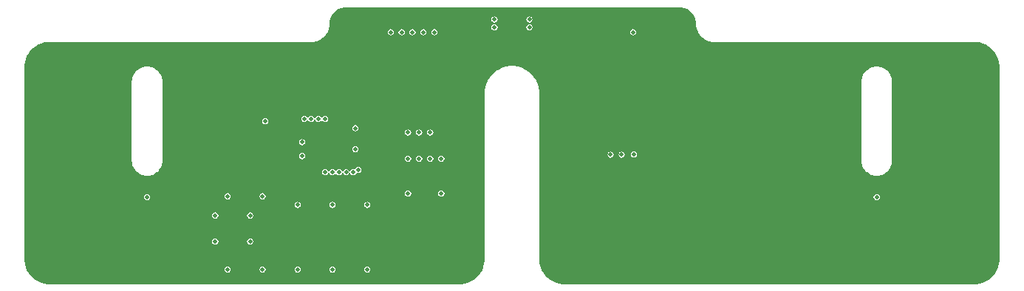
<source format=gbl>
G04*
G04 #@! TF.GenerationSoftware,Altium Limited,Altium Designer,22.1.2 (22)*
G04*
G04 Layer_Physical_Order=4*
G04 Layer_Color=16711680*
%FSLAX25Y25*%
%MOIN*%
G70*
G04*
G04 #@! TF.SameCoordinates,275DE8A0-DEE6-4034-A094-DBE044462E3A*
G04*
G04*
G04 #@! TF.FilePolarity,Positive*
G04*
G01*
G75*
%ADD41C,0.01968*%
G36*
X76292Y70364D02*
X77715Y70080D01*
X79057Y69524D01*
X80264Y68717D01*
X81290Y67690D01*
X82096Y66483D01*
X82652Y65142D01*
X82935Y63718D01*
X82935Y62992D01*
X82940Y62968D01*
X82936Y62943D01*
X82972Y62220D01*
X82990Y62148D01*
Y62074D01*
X83272Y60656D01*
X83310Y60565D01*
X83329Y60468D01*
X83882Y59133D01*
X83937Y59051D01*
X83975Y58959D01*
X84778Y57758D01*
X84847Y57688D01*
X84902Y57605D01*
X85924Y56583D01*
X86007Y56529D01*
X86076Y56459D01*
X87278Y55656D01*
X87369Y55618D01*
X87452Y55563D01*
X88787Y55010D01*
X88884Y54991D01*
X88975Y54953D01*
X90393Y54671D01*
X90467D01*
X90539Y54653D01*
X91262Y54617D01*
X91286Y54621D01*
X91311Y54616D01*
X209403D01*
X210872Y54423D01*
X212304Y54039D01*
X213674Y53472D01*
X214958Y52730D01*
X216134Y51828D01*
X217182Y50780D01*
X218085Y49604D01*
X218826Y48320D01*
X219393Y46950D01*
X219777Y45518D01*
X219970Y44048D01*
Y43307D01*
Y-43004D01*
X219969Y-43033D01*
X219973Y-43058D01*
X219974Y-43117D01*
X219961Y-43259D01*
X219969Y-43326D01*
X219970Y-43343D01*
X219970Y-44048D01*
X219777Y-45518D01*
X219393Y-46950D01*
X218826Y-48320D01*
X218085Y-49604D01*
X217182Y-50780D01*
X216134Y-51828D01*
X214958Y-52730D01*
X213674Y-53472D01*
X212304Y-54039D01*
X210872Y-54423D01*
X209403Y-54616D01*
X208685D01*
X208656Y-54615D01*
X208631Y-54619D01*
X208572Y-54620D01*
X208430Y-54607D01*
X208364Y-54614D01*
X208346Y-54616D01*
X22881D01*
X21411Y-54423D01*
X19979Y-54039D01*
X18609Y-53472D01*
X17326Y-52730D01*
X16150Y-51828D01*
X15101Y-50780D01*
X14199Y-49604D01*
X13457Y-48320D01*
X12890Y-46950D01*
X12506Y-45518D01*
X12313Y-44048D01*
Y-43307D01*
Y31496D01*
X12309Y31516D01*
X12312Y31536D01*
X12277Y32423D01*
X12263Y32481D01*
X12266Y32540D01*
X11988Y34293D01*
X11961Y34368D01*
X11951Y34446D01*
X11403Y36134D01*
X11364Y36203D01*
X11343Y36280D01*
X10537Y37861D01*
X10488Y37923D01*
X10455Y37995D01*
X9412Y39431D01*
X9353Y39485D01*
X9309Y39551D01*
X8055Y40805D01*
X7989Y40850D01*
X7935Y40908D01*
X6499Y41951D01*
X6427Y41984D01*
X6365Y42033D01*
X4783Y42839D01*
X4707Y42860D01*
X4638Y42899D01*
X2950Y43447D01*
X2871Y43457D01*
X2797Y43484D01*
X1044Y43762D01*
X965Y43759D01*
X887Y43774D01*
X-887D01*
X-965Y43759D01*
X-1044Y43762D01*
X-2797Y43484D01*
X-2871Y43457D01*
X-2950Y43447D01*
X-4638Y42899D01*
X-4707Y42860D01*
X-4783Y42839D01*
X-6365Y42033D01*
X-6427Y41984D01*
X-6499Y41951D01*
X-7935Y40908D01*
X-7989Y40850D01*
X-8055Y40805D01*
X-9309Y39551D01*
X-9353Y39485D01*
X-9412Y39431D01*
X-10455Y37995D01*
X-10488Y37923D01*
X-10537Y37861D01*
X-11343Y36280D01*
X-11364Y36203D01*
X-11403Y36134D01*
X-11951Y34446D01*
X-11961Y34368D01*
X-11988Y34293D01*
X-12266Y32540D01*
X-12263Y32481D01*
X-12277Y32423D01*
X-12312Y31535D01*
X-12309Y31516D01*
X-12313Y31496D01*
Y-43307D01*
Y-44048D01*
X-12506Y-45518D01*
X-12890Y-46950D01*
X-13457Y-48320D01*
X-14199Y-49604D01*
X-15101Y-50780D01*
X-16150Y-51828D01*
X-17326Y-52730D01*
X-18609Y-53472D01*
X-19979Y-54039D01*
X-21411Y-54423D01*
X-22881Y-54616D01*
X-209403D01*
X-210872Y-54423D01*
X-212304Y-54039D01*
X-213674Y-53472D01*
X-214958Y-52730D01*
X-216134Y-51828D01*
X-217182Y-50780D01*
X-218085Y-49604D01*
X-218826Y-48320D01*
X-219393Y-46950D01*
X-219777Y-45518D01*
X-219970Y-44048D01*
Y-43307D01*
Y43307D01*
Y44048D01*
X-219777Y45518D01*
X-219393Y46950D01*
X-218826Y48320D01*
X-218085Y49604D01*
X-217182Y50780D01*
X-216134Y51828D01*
X-214958Y52730D01*
X-213674Y53472D01*
X-212304Y54039D01*
X-210872Y54423D01*
X-209403Y54616D01*
X-208786D01*
X-208701Y54559D01*
X-208631Y54545D01*
X-208567Y54515D01*
X-208441Y54508D01*
X-208414Y54502D01*
X-208387Y54493D01*
X-208371Y54494D01*
X-208317Y54483D01*
X-208246D01*
X-208192Y54494D01*
X-208176Y54493D01*
X-208149Y54502D01*
X-208122Y54508D01*
X-207996Y54515D01*
X-207932Y54545D01*
X-207862Y54559D01*
X-207777Y54616D01*
X-90551Y54616D01*
X-90527Y54621D01*
X-90502Y54617D01*
X-89779Y54653D01*
X-89707Y54671D01*
X-89633D01*
X-88215Y54953D01*
X-88124Y54991D01*
X-88027Y55010D01*
X-86692Y55563D01*
X-86610Y55618D01*
X-86518Y55656D01*
X-85317Y56459D01*
X-85247Y56529D01*
X-85164Y56583D01*
X-84143Y57605D01*
X-84088Y57688D01*
X-84018Y57758D01*
X-83215Y58959D01*
X-83177Y59051D01*
X-83122Y59133D01*
X-82569Y60468D01*
X-82550Y60565D01*
X-82512Y60656D01*
X-82230Y62074D01*
Y62148D01*
X-82212Y62220D01*
X-82176Y62943D01*
X-82180Y62968D01*
X-82175Y62992D01*
Y63718D01*
X-81892Y65143D01*
X-81336Y66484D01*
X-80529Y67691D01*
X-79503Y68718D01*
X-78295Y69525D01*
X-76954Y70081D01*
X-75529Y70364D01*
X75563D01*
X76292Y70364D01*
D02*
G37*
%LPC*%
G36*
X7874Y66169D02*
X7336Y66062D01*
X6881Y65757D01*
X6576Y65301D01*
X6469Y64764D01*
X6576Y64226D01*
X6881Y63770D01*
X7336Y63466D01*
X7874Y63359D01*
X8412Y63466D01*
X8867Y63770D01*
X9172Y64226D01*
X9279Y64764D01*
X9172Y65301D01*
X8867Y65757D01*
X8412Y66062D01*
X7874Y66169D01*
D02*
G37*
G36*
X-7874D02*
X-8412Y66062D01*
X-8867Y65757D01*
X-9172Y65301D01*
X-9279Y64764D01*
X-9172Y64226D01*
X-8867Y63770D01*
X-8412Y63466D01*
X-7874Y63359D01*
X-7336Y63466D01*
X-6881Y63770D01*
X-6576Y64226D01*
X-6469Y64764D01*
X-6576Y65301D01*
X-6881Y65757D01*
X-7336Y66062D01*
X-7874Y66169D01*
D02*
G37*
G36*
X7874Y62625D02*
X7336Y62519D01*
X6881Y62214D01*
X6576Y61758D01*
X6469Y61221D01*
X6576Y60683D01*
X6881Y60227D01*
X7336Y59922D01*
X7874Y59816D01*
X8412Y59922D01*
X8867Y60227D01*
X9172Y60683D01*
X9279Y61221D01*
X9172Y61758D01*
X8867Y62214D01*
X8412Y62519D01*
X7874Y62625D01*
D02*
G37*
G36*
X-7874D02*
X-8412Y62519D01*
X-8867Y62214D01*
X-9172Y61758D01*
X-9279Y61221D01*
X-9172Y60683D01*
X-8867Y60227D01*
X-8412Y59922D01*
X-7874Y59816D01*
X-7336Y59922D01*
X-6881Y60227D01*
X-6576Y60683D01*
X-6469Y61221D01*
X-6576Y61758D01*
X-6881Y62214D01*
X-7336Y62519D01*
X-7874Y62625D01*
D02*
G37*
G36*
X54626Y60460D02*
X54088Y60353D01*
X53632Y60049D01*
X53328Y59593D01*
X53221Y59055D01*
X53328Y58517D01*
X53632Y58062D01*
X54088Y57757D01*
X54626Y57650D01*
X55164Y57757D01*
X55619Y58062D01*
X55924Y58517D01*
X56031Y59055D01*
X55924Y59593D01*
X55619Y60049D01*
X55164Y60353D01*
X54626Y60460D01*
D02*
G37*
G36*
X-34998Y60460D02*
X-35536Y60353D01*
X-35992Y60049D01*
X-36296Y59593D01*
X-36403Y59055D01*
X-36296Y58517D01*
X-35992Y58062D01*
X-35536Y57757D01*
X-34998Y57650D01*
X-34461Y57757D01*
X-34005Y58062D01*
X-33700Y58517D01*
X-33593Y59055D01*
X-33700Y59593D01*
X-34005Y60049D01*
X-34461Y60353D01*
X-34998Y60460D01*
D02*
G37*
G36*
X-39920D02*
X-40457Y60353D01*
X-40913Y60049D01*
X-41218Y59593D01*
X-41325Y59055D01*
X-41218Y58517D01*
X-40913Y58062D01*
X-40457Y57757D01*
X-39920Y57650D01*
X-39382Y57757D01*
X-38926Y58062D01*
X-38622Y58517D01*
X-38515Y59055D01*
X-38622Y59593D01*
X-38926Y60049D01*
X-39382Y60353D01*
X-39920Y60460D01*
D02*
G37*
G36*
X-44841D02*
X-45379Y60353D01*
X-45834Y60049D01*
X-46139Y59593D01*
X-46246Y59055D01*
X-46139Y58517D01*
X-45834Y58062D01*
X-45379Y57757D01*
X-44841Y57650D01*
X-44303Y57757D01*
X-43848Y58062D01*
X-43543Y58517D01*
X-43436Y59055D01*
X-43543Y59593D01*
X-43848Y60049D01*
X-44303Y60353D01*
X-44841Y60460D01*
D02*
G37*
G36*
X-49762D02*
X-50300Y60353D01*
X-50756Y60049D01*
X-51060Y59593D01*
X-51167Y59055D01*
X-51060Y58517D01*
X-50756Y58062D01*
X-50300Y57757D01*
X-49762Y57650D01*
X-49224Y57757D01*
X-48769Y58062D01*
X-48464Y58517D01*
X-48357Y59055D01*
X-48464Y59593D01*
X-48769Y60049D01*
X-49224Y60353D01*
X-49762Y60460D01*
D02*
G37*
G36*
X-54684D02*
X-55221Y60353D01*
X-55677Y60049D01*
X-55981Y59593D01*
X-56088Y59055D01*
X-55981Y58517D01*
X-55677Y58062D01*
X-55221Y57757D01*
X-54684Y57650D01*
X-54146Y57757D01*
X-53690Y58062D01*
X-53386Y58517D01*
X-53278Y59055D01*
X-53386Y59593D01*
X-53690Y60049D01*
X-54146Y60353D01*
X-54684Y60460D01*
D02*
G37*
G36*
X-93701Y21390D02*
X-94238Y21283D01*
X-94694Y20978D01*
X-94999Y20522D01*
X-95106Y19985D01*
X-94999Y19447D01*
X-94694Y18991D01*
X-94238Y18687D01*
X-93701Y18580D01*
X-93163Y18687D01*
X-92707Y18991D01*
X-92403Y19447D01*
X-92391Y19506D01*
X-91881D01*
X-91849Y19344D01*
X-91545Y18889D01*
X-91089Y18584D01*
X-90551Y18477D01*
X-90013Y18584D01*
X-89558Y18889D01*
X-89253Y19344D01*
X-89231Y19454D01*
X-88722D01*
X-88700Y19344D01*
X-88395Y18889D01*
X-87939Y18584D01*
X-87402Y18477D01*
X-86864Y18584D01*
X-86408Y18889D01*
X-86104Y19344D01*
X-86082Y19454D01*
X-85572D01*
X-85550Y19344D01*
X-85245Y18889D01*
X-84790Y18584D01*
X-84252Y18477D01*
X-83714Y18584D01*
X-83258Y18889D01*
X-82954Y19344D01*
X-82847Y19882D01*
X-82954Y20420D01*
X-83258Y20875D01*
X-83714Y21180D01*
X-84252Y21287D01*
X-84790Y21180D01*
X-85245Y20875D01*
X-85550Y20420D01*
X-85572Y20309D01*
X-86082D01*
X-86104Y20420D01*
X-86408Y20875D01*
X-86864Y21180D01*
X-87402Y21287D01*
X-87939Y21180D01*
X-88395Y20875D01*
X-88700Y20420D01*
X-88722Y20309D01*
X-89231D01*
X-89253Y20420D01*
X-89558Y20875D01*
X-90013Y21180D01*
X-90551Y21287D01*
X-91089Y21180D01*
X-91545Y20875D01*
X-91849Y20420D01*
X-91861Y20361D01*
X-92371D01*
X-92403Y20522D01*
X-92707Y20978D01*
X-93163Y21283D01*
X-93701Y21390D01*
D02*
G37*
G36*
X-111279Y20303D02*
X-111817Y20196D01*
X-112273Y19891D01*
X-112577Y19435D01*
X-112685Y18898D01*
X-112577Y18360D01*
X-112273Y17904D01*
X-111817Y17600D01*
X-111279Y17493D01*
X-110742Y17600D01*
X-110286Y17904D01*
X-109982Y18360D01*
X-109875Y18898D01*
X-109982Y19435D01*
X-110286Y19891D01*
X-110742Y20196D01*
X-111279Y20303D01*
D02*
G37*
G36*
X-70669Y17153D02*
X-71207Y17046D01*
X-71663Y16741D01*
X-71967Y16286D01*
X-72074Y15748D01*
X-71967Y15210D01*
X-71663Y14755D01*
X-71207Y14450D01*
X-70669Y14343D01*
X-70132Y14450D01*
X-69676Y14755D01*
X-69371Y15210D01*
X-69264Y15748D01*
X-69371Y16286D01*
X-69676Y16741D01*
X-70132Y17046D01*
X-70669Y17153D01*
D02*
G37*
G36*
X-36870Y15184D02*
X-37408Y15078D01*
X-37863Y14773D01*
X-38168Y14317D01*
X-38275Y13780D01*
X-38168Y13242D01*
X-37863Y12786D01*
X-37408Y12482D01*
X-36870Y12375D01*
X-36332Y12482D01*
X-35877Y12786D01*
X-35572Y13242D01*
X-35465Y13780D01*
X-35572Y14317D01*
X-35877Y14773D01*
X-36332Y15078D01*
X-36870Y15184D01*
D02*
G37*
G36*
X-41870D02*
X-42408Y15078D01*
X-42864Y14773D01*
X-43168Y14317D01*
X-43275Y13780D01*
X-43168Y13242D01*
X-42864Y12786D01*
X-42408Y12482D01*
X-41870Y12375D01*
X-41332Y12482D01*
X-40877Y12786D01*
X-40572Y13242D01*
X-40465Y13780D01*
X-40572Y14317D01*
X-40877Y14773D01*
X-41332Y15078D01*
X-41870Y15184D01*
D02*
G37*
G36*
X-46870D02*
X-47408Y15078D01*
X-47864Y14773D01*
X-48168Y14317D01*
X-48275Y13780D01*
X-48168Y13242D01*
X-47864Y12786D01*
X-47408Y12482D01*
X-46870Y12375D01*
X-46332Y12482D01*
X-45877Y12786D01*
X-45572Y13242D01*
X-45465Y13780D01*
X-45572Y14317D01*
X-45877Y14773D01*
X-46332Y15078D01*
X-46870Y15184D01*
D02*
G37*
G36*
X-94685Y10854D02*
X-95223Y10747D01*
X-95679Y10442D01*
X-95983Y9986D01*
X-96090Y9449D01*
X-95983Y8911D01*
X-95679Y8455D01*
X-95223Y8151D01*
X-94685Y8044D01*
X-94147Y8151D01*
X-93692Y8455D01*
X-93387Y8911D01*
X-93280Y9449D01*
X-93387Y9986D01*
X-93692Y10442D01*
X-94147Y10747D01*
X-94685Y10854D01*
D02*
G37*
G36*
X-70669Y7704D02*
X-71207Y7597D01*
X-71663Y7293D01*
X-71967Y6837D01*
X-72074Y6299D01*
X-71967Y5762D01*
X-71663Y5306D01*
X-71207Y5001D01*
X-70669Y4894D01*
X-70132Y5001D01*
X-69676Y5306D01*
X-69371Y5762D01*
X-69264Y6299D01*
X-69371Y6837D01*
X-69676Y7293D01*
X-70132Y7597D01*
X-70669Y7704D01*
D02*
G37*
G36*
X55000Y5342D02*
X54462Y5235D01*
X54007Y4930D01*
X53702Y4475D01*
X53595Y3937D01*
X53702Y3399D01*
X54007Y2944D01*
X54462Y2639D01*
X55000Y2532D01*
X55538Y2639D01*
X55993Y2944D01*
X56298Y3399D01*
X56405Y3937D01*
X56298Y4475D01*
X55993Y4930D01*
X55538Y5235D01*
X55000Y5342D01*
D02*
G37*
G36*
X49500Y5184D02*
X48962Y5077D01*
X48507Y4773D01*
X48202Y4317D01*
X48095Y3779D01*
X48202Y3242D01*
X48507Y2786D01*
X48962Y2482D01*
X49500Y2375D01*
X50038Y2482D01*
X50494Y2786D01*
X50798Y3242D01*
X50905Y3779D01*
X50798Y4317D01*
X50494Y4773D01*
X50038Y5077D01*
X49500Y5184D01*
D02*
G37*
G36*
X44500D02*
X43962Y5077D01*
X43507Y4773D01*
X43202Y4317D01*
X43095Y3779D01*
X43202Y3242D01*
X43507Y2786D01*
X43962Y2482D01*
X44500Y2375D01*
X45038Y2482D01*
X45494Y2786D01*
X45798Y3242D01*
X45905Y3779D01*
X45798Y4317D01*
X45494Y4773D01*
X45038Y5077D01*
X44500Y5184D01*
D02*
G37*
G36*
X-94685Y4555D02*
X-95223Y4448D01*
X-95679Y4143D01*
X-95983Y3687D01*
X-96090Y3150D01*
X-95983Y2612D01*
X-95679Y2156D01*
X-95223Y1852D01*
X-94685Y1745D01*
X-94147Y1852D01*
X-93692Y2156D01*
X-93387Y2612D01*
X-93280Y3150D01*
X-93387Y3687D01*
X-93692Y4143D01*
X-94147Y4448D01*
X-94685Y4555D01*
D02*
G37*
G36*
X-31870Y3373D02*
X-32408Y3266D01*
X-32864Y2962D01*
X-33168Y2506D01*
X-33275Y1969D01*
X-33168Y1431D01*
X-32864Y975D01*
X-32408Y671D01*
X-31870Y564D01*
X-31332Y671D01*
X-30877Y975D01*
X-30572Y1431D01*
X-30465Y1969D01*
X-30572Y2506D01*
X-30877Y2962D01*
X-31332Y3266D01*
X-31870Y3373D01*
D02*
G37*
G36*
X-36870D02*
X-37408Y3266D01*
X-37863Y2962D01*
X-38168Y2506D01*
X-38275Y1969D01*
X-38168Y1431D01*
X-37863Y975D01*
X-37408Y671D01*
X-36870Y564D01*
X-36332Y671D01*
X-35877Y975D01*
X-35572Y1431D01*
X-35465Y1969D01*
X-35572Y2506D01*
X-35877Y2962D01*
X-36332Y3266D01*
X-36870Y3373D01*
D02*
G37*
G36*
X-41870D02*
X-42408Y3266D01*
X-42864Y2962D01*
X-43168Y2506D01*
X-43275Y1969D01*
X-43168Y1431D01*
X-42864Y975D01*
X-42408Y671D01*
X-41870Y564D01*
X-41332Y671D01*
X-40877Y975D01*
X-40572Y1431D01*
X-40465Y1969D01*
X-40572Y2506D01*
X-40877Y2962D01*
X-41332Y3266D01*
X-41870Y3373D01*
D02*
G37*
G36*
X-46870D02*
X-47408Y3266D01*
X-47864Y2962D01*
X-48168Y2506D01*
X-48275Y1969D01*
X-48168Y1431D01*
X-47864Y975D01*
X-47408Y671D01*
X-46870Y564D01*
X-46332Y671D01*
X-45877Y975D01*
X-45572Y1431D01*
X-45465Y1969D01*
X-45572Y2506D01*
X-45877Y2962D01*
X-46332Y3266D01*
X-46870Y3373D01*
D02*
G37*
G36*
X-69291Y-1745D02*
X-69829Y-1852D01*
X-70285Y-2156D01*
X-70589Y-2612D01*
X-70603Y-2679D01*
X-70993Y-2840D01*
X-71143Y-2830D01*
X-71653Y-2729D01*
X-72191Y-2836D01*
X-72647Y-3140D01*
X-72952Y-3596D01*
X-72974Y-3706D01*
X-73483D01*
X-73505Y-3596D01*
X-73810Y-3140D01*
X-74265Y-2836D01*
X-74803Y-2729D01*
X-75341Y-2836D01*
X-75797Y-3140D01*
X-76101Y-3596D01*
X-76123Y-3706D01*
X-76633D01*
X-76655Y-3596D01*
X-76959Y-3140D01*
X-77415Y-2836D01*
X-77953Y-2729D01*
X-78490Y-2836D01*
X-78946Y-3140D01*
X-79251Y-3596D01*
X-79273Y-3706D01*
X-79782D01*
X-79804Y-3596D01*
X-80109Y-3140D01*
X-80565Y-2836D01*
X-81102Y-2729D01*
X-81640Y-2836D01*
X-82096Y-3140D01*
X-82400Y-3596D01*
X-82414Y-3665D01*
X-82924D01*
X-82954Y-3514D01*
X-83258Y-3058D01*
X-83714Y-2753D01*
X-84252Y-2646D01*
X-84790Y-2753D01*
X-85245Y-3058D01*
X-85550Y-3514D01*
X-85657Y-4051D01*
X-85550Y-4589D01*
X-85245Y-5045D01*
X-84790Y-5349D01*
X-84252Y-5456D01*
X-83714Y-5349D01*
X-83258Y-5045D01*
X-82954Y-4589D01*
X-82940Y-4520D01*
X-82430D01*
X-82400Y-4671D01*
X-82096Y-5127D01*
X-81640Y-5432D01*
X-81102Y-5539D01*
X-80565Y-5432D01*
X-80109Y-5127D01*
X-79804Y-4671D01*
X-79782Y-4561D01*
X-79273D01*
X-79251Y-4671D01*
X-78946Y-5127D01*
X-78490Y-5432D01*
X-77953Y-5539D01*
X-77415Y-5432D01*
X-76959Y-5127D01*
X-76655Y-4671D01*
X-76633Y-4561D01*
X-76123D01*
X-76101Y-4671D01*
X-75797Y-5127D01*
X-75341Y-5432D01*
X-74803Y-5539D01*
X-74265Y-5432D01*
X-73810Y-5127D01*
X-73505Y-4671D01*
X-73483Y-4561D01*
X-72974D01*
X-72952Y-4671D01*
X-72647Y-5127D01*
X-72191Y-5432D01*
X-71653Y-5539D01*
X-71116Y-5432D01*
X-70660Y-5127D01*
X-70356Y-4671D01*
X-70342Y-4605D01*
X-69952Y-4443D01*
X-69802Y-4453D01*
X-69291Y-4555D01*
X-68754Y-4448D01*
X-68298Y-4143D01*
X-67993Y-3687D01*
X-67886Y-3150D01*
X-67993Y-2612D01*
X-68298Y-2156D01*
X-68754Y-1852D01*
X-69291Y-1745D01*
D02*
G37*
G36*
X165149Y43523D02*
X163985D01*
X163888Y43504D01*
X163789D01*
X162649Y43277D01*
X162557Y43239D01*
X162460Y43220D01*
X161386Y42775D01*
X161303Y42720D01*
X161212Y42682D01*
X160245Y42036D01*
X160175Y41966D01*
X160093Y41911D01*
X159270Y41088D01*
X159215Y41006D01*
X159145Y40936D01*
X158499Y39969D01*
X158461Y39878D01*
X158406Y39796D01*
X157961Y38721D01*
X157942Y38624D01*
X157904Y38533D01*
X157677Y37392D01*
Y37293D01*
X157658Y37196D01*
Y36614D01*
Y1181D01*
Y599D01*
X157677Y502D01*
Y404D01*
X157904Y-737D01*
X157942Y-829D01*
X157961Y-926D01*
X158406Y-2000D01*
X158461Y-2083D01*
X158499Y-2174D01*
X159145Y-3141D01*
X159215Y-3211D01*
X159270Y-3293D01*
X160093Y-4116D01*
X160175Y-4171D01*
X160245Y-4240D01*
X161212Y-4887D01*
X161303Y-4924D01*
X161386Y-4979D01*
X162460Y-5425D01*
X162557Y-5444D01*
X162649Y-5482D01*
X163789Y-5709D01*
X163888D01*
X163985Y-5728D01*
X165149D01*
X165245Y-5709D01*
X165344D01*
X166485Y-5482D01*
X166577Y-5444D01*
X166674Y-5425D01*
X167748Y-4979D01*
X167831Y-4924D01*
X167922Y-4887D01*
X168889Y-4240D01*
X168959Y-4171D01*
X169041Y-4116D01*
X169864Y-3293D01*
X169919Y-3211D01*
X169988Y-3141D01*
X170635Y-2174D01*
X170673Y-2083D01*
X170728Y-2000D01*
X171173Y-926D01*
X171192Y-829D01*
X171230Y-737D01*
X171457Y404D01*
Y502D01*
X171476Y599D01*
Y1181D01*
Y36614D01*
Y37196D01*
X171457Y37293D01*
Y37392D01*
X171230Y38533D01*
X171192Y38624D01*
X171173Y38721D01*
X170728Y39796D01*
X170673Y39878D01*
X170635Y39969D01*
X169988Y40936D01*
X169919Y41006D01*
X169864Y41088D01*
X169041Y41911D01*
X168959Y41966D01*
X168889Y42036D01*
X167922Y42682D01*
X167831Y42720D01*
X167748Y42775D01*
X166674Y43220D01*
X166577Y43239D01*
X166485Y43277D01*
X165344Y43504D01*
X165245D01*
X165149Y43523D01*
D02*
G37*
G36*
X-163985D02*
X-165149D01*
X-165245Y43504D01*
X-165344D01*
X-166485Y43277D01*
X-166577Y43239D01*
X-166674Y43220D01*
X-167748Y42775D01*
X-167831Y42720D01*
X-167922Y42682D01*
X-168889Y42036D01*
X-168959Y41966D01*
X-169041Y41911D01*
X-169864Y41088D01*
X-169919Y41006D01*
X-169988Y40936D01*
X-170635Y39969D01*
X-170673Y39878D01*
X-170728Y39796D01*
X-171173Y38721D01*
X-171192Y38624D01*
X-171230Y38533D01*
X-171457Y37392D01*
Y37293D01*
X-171476Y37196D01*
Y36614D01*
Y1181D01*
Y599D01*
X-171457Y502D01*
Y404D01*
X-171230Y-737D01*
X-171192Y-829D01*
X-171173Y-926D01*
X-170728Y-2000D01*
X-170673Y-2083D01*
X-170635Y-2174D01*
X-169988Y-3141D01*
X-169919Y-3211D01*
X-169864Y-3293D01*
X-169041Y-4116D01*
X-168959Y-4171D01*
X-168889Y-4240D01*
X-167922Y-4887D01*
X-167831Y-4924D01*
X-167748Y-4979D01*
X-166674Y-5425D01*
X-166577Y-5444D01*
X-166485Y-5482D01*
X-165344Y-5709D01*
X-165245D01*
X-165149Y-5728D01*
X-163985D01*
X-163888Y-5709D01*
X-163789D01*
X-162649Y-5482D01*
X-162557Y-5444D01*
X-162460Y-5425D01*
X-161386Y-4979D01*
X-161303Y-4924D01*
X-161212Y-4887D01*
X-160245Y-4240D01*
X-160175Y-4171D01*
X-160093Y-4116D01*
X-159270Y-3293D01*
X-159215Y-3211D01*
X-159145Y-3141D01*
X-158499Y-2174D01*
X-158461Y-2083D01*
X-158406Y-2000D01*
X-157961Y-926D01*
X-157942Y-829D01*
X-157904Y-737D01*
X-157677Y404D01*
Y502D01*
X-157658Y599D01*
Y1181D01*
Y36614D01*
Y37196D01*
X-157677Y37293D01*
Y37392D01*
X-157904Y38533D01*
X-157942Y38624D01*
X-157961Y38721D01*
X-158406Y39796D01*
X-158461Y39878D01*
X-158499Y39969D01*
X-159145Y40936D01*
X-159215Y41006D01*
X-159270Y41088D01*
X-160093Y41911D01*
X-160175Y41966D01*
X-160245Y42036D01*
X-161212Y42682D01*
X-161303Y42720D01*
X-161386Y42775D01*
X-162460Y43220D01*
X-162557Y43239D01*
X-162649Y43277D01*
X-163789Y43504D01*
X-163888D01*
X-163985Y43523D01*
D02*
G37*
G36*
X-31870Y-12375D02*
X-32408Y-12482D01*
X-32864Y-12786D01*
X-33168Y-13242D01*
X-33275Y-13780D01*
X-33168Y-14317D01*
X-32864Y-14773D01*
X-32408Y-15078D01*
X-31870Y-15184D01*
X-31332Y-15078D01*
X-30877Y-14773D01*
X-30572Y-14317D01*
X-30465Y-13780D01*
X-30572Y-13242D01*
X-30877Y-12786D01*
X-31332Y-12482D01*
X-31870Y-12375D01*
D02*
G37*
G36*
X-46870D02*
X-47408Y-12482D01*
X-47864Y-12786D01*
X-48168Y-13242D01*
X-48275Y-13780D01*
X-48168Y-14317D01*
X-47864Y-14773D01*
X-47408Y-15078D01*
X-46870Y-15184D01*
X-46332Y-15078D01*
X-45877Y-14773D01*
X-45572Y-14317D01*
X-45465Y-13780D01*
X-45572Y-13242D01*
X-45877Y-12786D01*
X-46332Y-12482D01*
X-46870Y-12375D01*
D02*
G37*
G36*
X-112480Y-13556D02*
X-113018Y-13663D01*
X-113474Y-13967D01*
X-113778Y-14423D01*
X-113885Y-14961D01*
X-113778Y-15498D01*
X-113474Y-15954D01*
X-113018Y-16259D01*
X-112480Y-16366D01*
X-111943Y-16259D01*
X-111487Y-15954D01*
X-111182Y-15498D01*
X-111075Y-14961D01*
X-111182Y-14423D01*
X-111487Y-13967D01*
X-111943Y-13663D01*
X-112480Y-13556D01*
D02*
G37*
G36*
X-128228D02*
X-128766Y-13663D01*
X-129222Y-13967D01*
X-129526Y-14423D01*
X-129633Y-14961D01*
X-129526Y-15498D01*
X-129222Y-15954D01*
X-128766Y-16259D01*
X-128228Y-16366D01*
X-127691Y-16259D01*
X-127235Y-15954D01*
X-126930Y-15498D01*
X-126823Y-14961D01*
X-126930Y-14423D01*
X-127235Y-13967D01*
X-127691Y-13663D01*
X-128228Y-13556D01*
D02*
G37*
G36*
X164567Y-13949D02*
X164029Y-14056D01*
X163574Y-14361D01*
X163269Y-14817D01*
X163162Y-15354D01*
X163269Y-15892D01*
X163574Y-16348D01*
X164029Y-16652D01*
X164567Y-16759D01*
X165105Y-16652D01*
X165560Y-16348D01*
X165865Y-15892D01*
X165972Y-15354D01*
X165865Y-14817D01*
X165560Y-14361D01*
X165105Y-14056D01*
X164567Y-13949D01*
D02*
G37*
G36*
X-164567D02*
X-165105Y-14056D01*
X-165560Y-14361D01*
X-165865Y-14817D01*
X-165972Y-15354D01*
X-165865Y-15892D01*
X-165560Y-16348D01*
X-165105Y-16652D01*
X-164567Y-16759D01*
X-164029Y-16652D01*
X-163574Y-16348D01*
X-163269Y-15892D01*
X-163162Y-15354D01*
X-163269Y-14817D01*
X-163574Y-14361D01*
X-164029Y-14056D01*
X-164567Y-13949D01*
D02*
G37*
G36*
X-65236Y-17493D02*
X-65774Y-17600D01*
X-66230Y-17904D01*
X-66534Y-18360D01*
X-66641Y-18898D01*
X-66534Y-19435D01*
X-66230Y-19891D01*
X-65774Y-20196D01*
X-65236Y-20303D01*
X-64699Y-20196D01*
X-64243Y-19891D01*
X-63938Y-19435D01*
X-63831Y-18898D01*
X-63938Y-18360D01*
X-64243Y-17904D01*
X-64699Y-17600D01*
X-65236Y-17493D01*
D02*
G37*
G36*
X-80984D02*
X-81522Y-17600D01*
X-81978Y-17904D01*
X-82282Y-18360D01*
X-82389Y-18898D01*
X-82282Y-19435D01*
X-81978Y-19891D01*
X-81522Y-20196D01*
X-80984Y-20303D01*
X-80447Y-20196D01*
X-79991Y-19891D01*
X-79686Y-19435D01*
X-79579Y-18898D01*
X-79686Y-18360D01*
X-79991Y-17904D01*
X-80447Y-17600D01*
X-80984Y-17493D01*
D02*
G37*
G36*
X-96732D02*
X-97270Y-17600D01*
X-97726Y-17904D01*
X-98030Y-18360D01*
X-98137Y-18898D01*
X-98030Y-19435D01*
X-97726Y-19891D01*
X-97270Y-20196D01*
X-96732Y-20303D01*
X-96195Y-20196D01*
X-95739Y-19891D01*
X-95434Y-19435D01*
X-95327Y-18898D01*
X-95434Y-18360D01*
X-95739Y-17904D01*
X-96195Y-17600D01*
X-96732Y-17493D01*
D02*
G37*
G36*
X-118110Y-22217D02*
X-118648Y-22324D01*
X-119104Y-22629D01*
X-119408Y-23084D01*
X-119515Y-23622D01*
X-119408Y-24160D01*
X-119104Y-24615D01*
X-118648Y-24920D01*
X-118110Y-25027D01*
X-117573Y-24920D01*
X-117117Y-24615D01*
X-116812Y-24160D01*
X-116705Y-23622D01*
X-116812Y-23084D01*
X-117117Y-22629D01*
X-117573Y-22324D01*
X-118110Y-22217D01*
D02*
G37*
G36*
X-133858D02*
X-134396Y-22324D01*
X-134852Y-22629D01*
X-135156Y-23084D01*
X-135263Y-23622D01*
X-135156Y-24160D01*
X-134852Y-24615D01*
X-134396Y-24920D01*
X-133858Y-25027D01*
X-133321Y-24920D01*
X-132865Y-24615D01*
X-132560Y-24160D01*
X-132453Y-23622D01*
X-132560Y-23084D01*
X-132865Y-22629D01*
X-133321Y-22324D01*
X-133858Y-22217D01*
D02*
G37*
G36*
X-118110Y-34028D02*
X-118648Y-34135D01*
X-119104Y-34440D01*
X-119408Y-34895D01*
X-119515Y-35433D01*
X-119408Y-35971D01*
X-119104Y-36426D01*
X-118648Y-36731D01*
X-118110Y-36838D01*
X-117573Y-36731D01*
X-117117Y-36426D01*
X-116812Y-35971D01*
X-116705Y-35433D01*
X-116812Y-34895D01*
X-117117Y-34440D01*
X-117573Y-34135D01*
X-118110Y-34028D01*
D02*
G37*
G36*
X-133858D02*
X-134396Y-34135D01*
X-134852Y-34440D01*
X-135156Y-34895D01*
X-135263Y-35433D01*
X-135156Y-35971D01*
X-134852Y-36426D01*
X-134396Y-36731D01*
X-133858Y-36838D01*
X-133321Y-36731D01*
X-132865Y-36426D01*
X-132560Y-35971D01*
X-132453Y-35433D01*
X-132560Y-34895D01*
X-132865Y-34440D01*
X-133321Y-34135D01*
X-133858Y-34028D01*
D02*
G37*
G36*
X-128228Y-46626D02*
X-128766Y-46733D01*
X-129222Y-47038D01*
X-129526Y-47494D01*
X-129633Y-48031D01*
X-129526Y-48569D01*
X-129222Y-49025D01*
X-128766Y-49330D01*
X-128228Y-49436D01*
X-127691Y-49330D01*
X-127235Y-49025D01*
X-126930Y-48569D01*
X-126823Y-48031D01*
X-126930Y-47494D01*
X-127235Y-47038D01*
X-127691Y-46733D01*
X-128228Y-46626D01*
D02*
G37*
G36*
X-65236Y-46626D02*
X-65774Y-46733D01*
X-66230Y-47038D01*
X-66534Y-47494D01*
X-66641Y-48031D01*
X-66534Y-48569D01*
X-66230Y-49025D01*
X-65774Y-49330D01*
X-65236Y-49436D01*
X-64699Y-49330D01*
X-64243Y-49025D01*
X-63938Y-48569D01*
X-63831Y-48031D01*
X-63938Y-47494D01*
X-64243Y-47038D01*
X-64699Y-46733D01*
X-65236Y-46626D01*
D02*
G37*
G36*
X-80984D02*
X-81522Y-46733D01*
X-81978Y-47038D01*
X-82282Y-47494D01*
X-82389Y-48031D01*
X-82282Y-48569D01*
X-81978Y-49025D01*
X-81522Y-49330D01*
X-80984Y-49436D01*
X-80447Y-49330D01*
X-79991Y-49025D01*
X-79686Y-48569D01*
X-79579Y-48031D01*
X-79686Y-47494D01*
X-79991Y-47038D01*
X-80447Y-46733D01*
X-80984Y-46626D01*
D02*
G37*
G36*
X-96732D02*
X-97270Y-46733D01*
X-97726Y-47038D01*
X-98030Y-47494D01*
X-98137Y-48031D01*
X-98030Y-48569D01*
X-97726Y-49025D01*
X-97270Y-49330D01*
X-96732Y-49436D01*
X-96195Y-49330D01*
X-95739Y-49025D01*
X-95434Y-48569D01*
X-95327Y-48031D01*
X-95434Y-47494D01*
X-95739Y-47038D01*
X-96195Y-46733D01*
X-96732Y-46626D01*
D02*
G37*
G36*
X-112480D02*
X-113018Y-46733D01*
X-113474Y-47038D01*
X-113778Y-47494D01*
X-113885Y-48031D01*
X-113778Y-48569D01*
X-113474Y-49025D01*
X-113018Y-49330D01*
X-112480Y-49436D01*
X-111943Y-49330D01*
X-111487Y-49025D01*
X-111182Y-48569D01*
X-111075Y-48031D01*
X-111182Y-47494D01*
X-111487Y-47038D01*
X-111943Y-46733D01*
X-112480Y-46626D01*
D02*
G37*
%LPD*%
D41*
X-164567Y-15354D02*
D03*
X164567D02*
D03*
X46500Y29500D02*
D03*
X66000Y38000D02*
D03*
X46500Y63000D02*
D03*
X30500Y37500D02*
D03*
X83500Y50000D02*
D03*
X83000Y16000D02*
D03*
X209500Y45000D02*
D03*
X135500Y49000D02*
D03*
X135000Y16000D02*
D03*
X205500Y4500D02*
D03*
X207500Y-44500D02*
D03*
X134500Y-47500D02*
D03*
X135000Y-23000D02*
D03*
X83500Y-48500D02*
D03*
X82000Y-23500D02*
D03*
X44000Y-49000D02*
D03*
X30500Y-24000D02*
D03*
X-33000Y33000D02*
D03*
X-146500Y3500D02*
D03*
X-170500Y48000D02*
D03*
X-211000Y46000D02*
D03*
X-211500Y500D02*
D03*
Y-45500D02*
D03*
X-172000Y-43000D02*
D03*
X-137500Y-42000D02*
D03*
X-120500Y49000D02*
D03*
X-90500Y49500D02*
D03*
X-60000Y61500D02*
D03*
X-42500D02*
D03*
X-17500Y67500D02*
D03*
X19000Y68000D02*
D03*
X22000Y53000D02*
D03*
X19500Y37000D02*
D03*
X-500Y48500D02*
D03*
Y56500D02*
D03*
X-27500Y47000D02*
D03*
X-83000Y33000D02*
D03*
X-62000D02*
D03*
X-40500Y9000D02*
D03*
X-51500Y18000D02*
D03*
X-25000Y17000D02*
D03*
X-58000Y-500D02*
D03*
X-21000Y-47500D02*
D03*
Y-33000D02*
D03*
X-28500Y-24500D02*
D03*
X-54500Y-48000D02*
D03*
Y-28000D02*
D03*
Y-19500D02*
D03*
X-73000D02*
D03*
Y-28500D02*
D03*
Y-48000D02*
D03*
X-89000D02*
D03*
X-105000Y-47500D02*
D03*
X-120500D02*
D03*
X-124000Y-5500D02*
D03*
Y-12000D02*
D03*
X-88500Y-29500D02*
D03*
Y-19500D02*
D03*
X-103500Y-12000D02*
D03*
X-68000Y-7500D02*
D03*
X-61000Y22500D02*
D03*
X-81500Y11500D02*
D03*
X-111500Y12500D02*
D03*
Y6500D02*
D03*
Y27000D02*
D03*
X-118110Y-35433D02*
D03*
X-133858D02*
D03*
X55000Y3937D02*
D03*
X49500Y3779D02*
D03*
X44500D02*
D03*
X-93701Y19985D02*
D03*
X-111279Y18898D02*
D03*
X-118110Y-23622D02*
D03*
X-133858D02*
D03*
X-96732Y-18898D02*
D03*
X-7874Y61221D02*
D03*
Y64764D02*
D03*
X7874D02*
D03*
Y61221D02*
D03*
X-84252Y-4051D02*
D03*
X-112480Y-14961D02*
D03*
X-128228D02*
D03*
X-65236Y-18898D02*
D03*
X-80984D02*
D03*
X-65236Y-48031D02*
D03*
X-80984D02*
D03*
X-96732D02*
D03*
X-128228Y-48031D02*
D03*
X-112480Y-48031D02*
D03*
X-69291Y-3150D02*
D03*
X-84252Y19882D02*
D03*
X-87402D02*
D03*
X-90551D02*
D03*
X-81102Y-4134D02*
D03*
X-77953D02*
D03*
X-71653D02*
D03*
X-74803D02*
D03*
X-70669Y15748D02*
D03*
Y6299D02*
D03*
X-94685Y3150D02*
D03*
Y9449D02*
D03*
X-36870Y13780D02*
D03*
X-41870D02*
D03*
X-46870D02*
D03*
X-36870Y1969D02*
D03*
X-41870D02*
D03*
X-31870Y-13780D02*
D03*
X-46870D02*
D03*
X-31870Y1969D02*
D03*
X-46870D02*
D03*
X54626Y59055D02*
D03*
X-34998Y59055D02*
D03*
X-39920D02*
D03*
X-44841D02*
D03*
X-49762D02*
D03*
X-54684D02*
D03*
M02*

</source>
